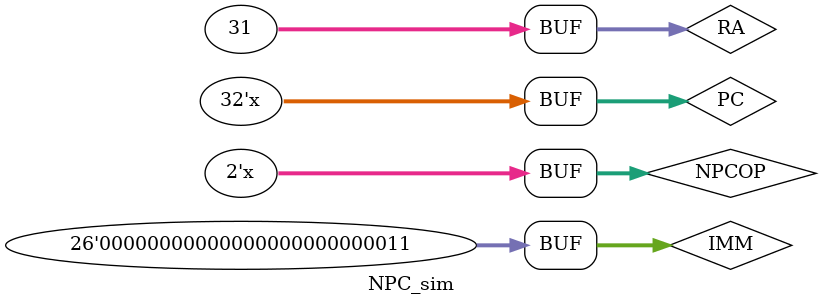
<source format=v>
`timescale 1ns / 1ps


module NPC_sim();
    
    reg [31:0] PC;
    reg [25:0] IMM;
    reg [1:0] NPCOP;
    reg [31:0] RA;
    wire [31:0] PC4;
    wire [31:0] NPCtoPC;
    
    
    NPC nnn(
      .PC(PC),
      .IMM(IMM),
      .NPCOP(NPCOP),
      .RA(RA),
      .PC4(PC4),
      .NPCtoPC(NPCtoPC)
    );
    
    
    initial
    begin
      #100  PC = 32'b0;
      #100 IMM = 26'b011;
      #100  NPCOP = 2'b00;
      #100  RA = 32'b011111;
    end
    
    always 
    begin
          #50 PC = PC + 4;
          #100 NPCOP = NPCOP + 1;
    end
endmodule

</source>
